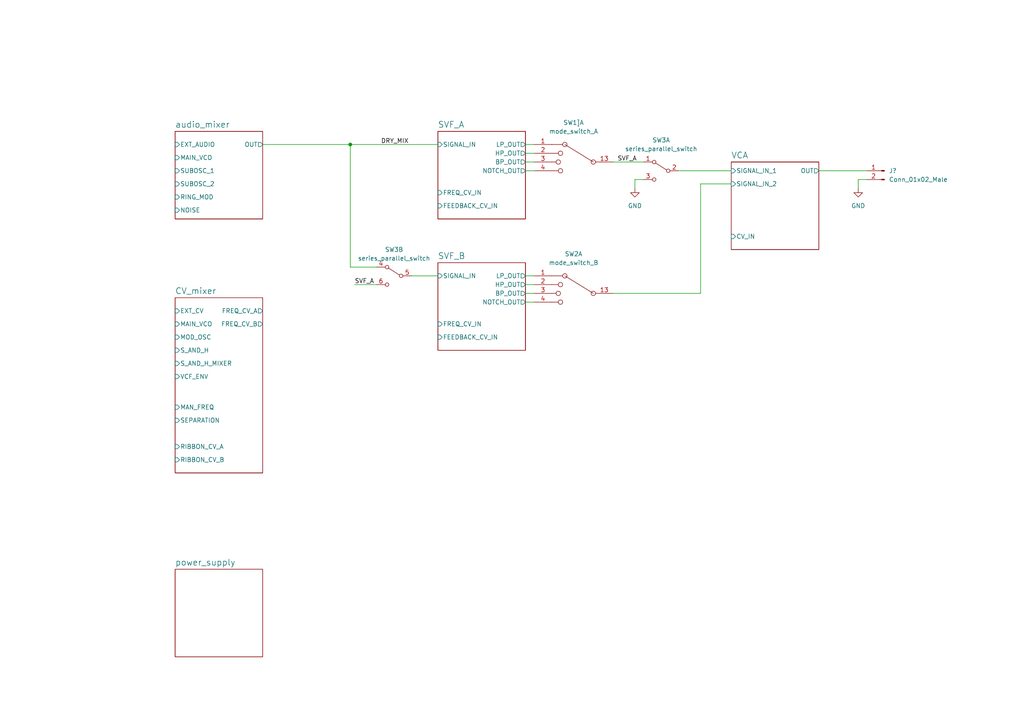
<source format=kicad_sch>
(kicad_sch (version 20211123) (generator eeschema)
  (paper "A4")
  (title_block (title "Josh Ox Ribbon Synth VCF/VCA board") (date "2022-05-30") (rev "0") (comment 1 "creativecommons.org/licenses/by/4.0/") (comment 2 "License: CC by 4.0") (comment 3 "Author: Jordan Aceto"))
  (lib_symbols
    (symbol "Connector:Conn_01x02_Male" (pin_names (offset 1.016) hide)
      (property "Reference" "J" (at 0 2.54 0))
      (property "Value" "Conn_01x02_Male" (at 0 -5.08 0))
      (symbol "Conn_01x02_Male_1_1"
        (polyline (pts (xy 1.27 -2.54) (xy 0.8636 -2.54)) (stroke (width 0.1524)))
        (polyline (pts (xy 1.27 0) (xy 0.8636 0)) (stroke (width 0.1524)))
        (rectangle (start 0.8636 -2.413) (end 0 -2.667) (stroke (width 0.1524)) (fill (type outline)))
        (rectangle (start 0.8636 0.127) (end 0 -0.127) (stroke (width 0.1524)) (fill (type outline)))
        (pin passive line (at 5.08 0 180) (length 3.81) (name "Pin_1") (number "1"))
        (pin passive line (at 5.08 -2.54 180) (length 3.81) (name "Pin_2") (number "2"))
      )
    )
    (symbol "Switch:SW_DPDT_x2" (pin_names (offset 0) hide)
      (property "Reference" "SW" (at 0 4.318 0))
      (property "Value" "SW_DPDT_x2" (at 0 -5.08 0))
      (symbol "SW_DPDT_x2_0_0"
        (circle (center -2.032 0) (radius 0.508))
        (circle (center 2.032 -2.54) (radius 0.508))
      )
      (symbol "SW_DPDT_x2_0_1"
        (polyline (pts (xy -1.524 0.254) (xy 1.651 2.286)))
        (circle (center 2.032 2.54) (radius 0.508))
      )
      (symbol "SW_DPDT_x2_1_1"
        (pin passive line (at 5.08 2.54 180) (length 2.54) (name "A") (number "1"))
        (pin passive line (at -5.08 0 0) (length 2.54) (name "B") (number "2"))
        (pin passive line (at 5.08 -2.54 180) (length 2.54) (name "C") (number "3"))
      )
      (symbol "SW_DPDT_x2_2_1"
        (pin passive line (at 5.08 2.54 180) (length 2.54) (name "A") (number "4"))
        (pin passive line (at -5.08 0 0) (length 2.54) (name "B") (number "5"))
        (pin passive line (at 5.08 -2.54 180) (length 2.54) (name "C") (number "6"))
      )
    )
    (symbol "custom_symbols:SW_Rotary3x4" (pin_names (offset 1.016) hide)
      (property "Reference" "SW" (at 0 8.89 0))
      (property "Value" "SW_Rotary3x4" (at 0 -5.08 0))
      (symbol "SW_Rotary3x4_0_0"
        (circle (center -4.445 0) (radius 0.635))
        (polyline (pts (xy -4.445 0) (xy 3.81 5.08)))
        (polyline (pts (xy 4.445 5.08) (xy 7.62 5.08)))
        (polyline (pts (xy 5.715 -2.54) (xy 7.62 -2.54)))
        (polyline (pts (xy 5.715 2.54) (xy 7.62 2.54)))
        (polyline (pts (xy 6.35 0) (xy 7.62 0)))
        (circle (center 3.81 5.08) (radius 0.635))
        (circle (center 5.08 -2.54) (radius 0.635))
        (circle (center 5.08 2.54) (radius 0.635))
        (circle (center 5.715 0) (radius 0.635))
      )
      (symbol "SW_Rotary3x4_1_1"
        (pin passive line (at 12.7 5.08 180) (length 5.08) (name "1") (number "1"))
        (pin passive line (at -10.16 0 0) (length 5.08) (name "13") (number "13"))
        (pin passive line (at 12.7 2.54 180) (length 5.08) (name "2") (number "2"))
        (pin passive line (at 12.7 0 180) (length 5.08) (name "3") (number "3"))
        (pin passive line (at 12.7 -2.54 180) (length 5.08) (name "4") (number "4"))
      )
      (symbol "SW_Rotary3x4_2_1"
        (pin passive line (at -10.16 0 0) (length 5.08) (name "14") (number "14"))
        (pin passive line (at 12.7 5.08 180) (length 5.08) (name "5") (number "5"))
        (pin passive line (at 12.7 2.54 180) (length 5.08) (name "6") (number "6"))
        (pin passive line (at 12.7 0 180) (length 5.08) (name "7") (number "7"))
        (pin passive line (at 12.7 -2.54 180) (length 5.08) (name "8") (number "8"))
      )
      (symbol "SW_Rotary3x4_3_1"
        (pin passive line (at 12.7 2.54 180) (length 5.08) (name "10") (number "10"))
        (pin passive line (at 12.7 0 180) (length 5.08) (name "11") (number "11"))
        (pin passive line (at 12.7 -2.54 180) (length 5.08) (name "12") (number "12"))
        (pin passive line (at -10.16 0 0) (length 5.08) (name "15") (number "15"))
        (pin passive line (at 12.7 5.08 180) (length 5.08) (name "9") (number "9"))
      )
    )
    (symbol "power:GND" (power) (pin_names (offset 0))
      (property "Value" "GND" (at 0 -3.81 0))
      (symbol "GND_0_1"
        (polyline (pts (xy 0 0) (xy 0 -1.27) (xy 1.27 -1.27) (xy 0 -2.54) (xy -1.27 -1.27) (xy 0 -1.27)))
      )
      (symbol "GND_1_1"
        (pin power_in line (at 0 0 270) (length 0) hide (name "GND") (number "1"))
      )
    )
  )
  (junction (at 101.6 41.91))
  (wire (pts (xy 76.2 41.91) (xy 101.6 41.91)))
  (wire (pts (xy 184.15 52.07) (xy 186.69 52.07)))
  (wire (pts (xy 119.38 80.01) (xy 127 80.01)))
  (wire (pts (xy 152.4 87.63) (xy 154.94 87.63)))
  (wire (pts (xy 102.87 82.55) (xy 109.22 82.55)))
  (wire (pts (xy 184.15 54.61) (xy 184.15 52.07)))
  (wire (pts (xy 203.2 53.34) (xy 212.09 53.34)))
  (wire (pts (xy 152.4 49.53) (xy 154.94 49.53)))
  (wire (pts (xy 152.4 41.91) (xy 154.94 41.91)))
  (wire (pts (xy 152.4 46.99) (xy 154.94 46.99)))
  (wire (pts (xy 177.8 85.09) (xy 203.2 85.09)))
  (wire (pts (xy 152.4 85.09) (xy 154.94 85.09)))
  (wire (pts (xy 177.8 46.99) (xy 186.69 46.99)))
  (wire (pts (xy 152.4 80.01) (xy 154.94 80.01)))
  (wire (pts (xy 101.6 41.91) (xy 127 41.91)))
  (wire (pts (xy 152.4 82.55) (xy 154.94 82.55)))
  (wire (pts (xy 152.4 44.45) (xy 154.94 44.45)))
  (wire (pts (xy 203.2 85.09) (xy 203.2 53.34)))
  (wire (pts (xy 196.85 49.53) (xy 212.09 49.53)))
  (wire (pts (xy 109.22 77.47) (xy 101.6 77.47)))
  (wire (pts (xy 248.92 52.07) (xy 251.46 52.07)))
  (wire (pts (xy 101.6 77.47) (xy 101.6 41.91)))
  (wire (pts (xy 248.92 54.61) (xy 248.92 52.07)))
  (wire (pts (xy 237.49 49.53) (xy 251.46 49.53)))
  (label "DRY_MIX" (at 110.49 41.91 0))
  (label "SVF_A" (at 102.87 82.55 0))
  (label "SVF_A" (at 179.07 46.99 0))
  (symbol (lib_id "Switch:SW_DPDT_x2") (at 114.3 80.01 0) (mirror y) (unit 2)
    (property "Reference" "SW3" (at 114.3 72.39 0))
    (property "Value" "series_parallel_switch" (at 114.3 74.93 0))
  )
  (symbol (lib_id "Connector:Conn_01x02_Male") (at 256.54 49.53 0) (mirror y) (unit 1)
    (property "Reference" "J?" (at 257.81 49.5299 0) (effects (justify right)))
    (property "Value" "Conn_01x02_Male" (at 257.81 52.0699 0) (effects (justify right)))
  )
  (symbol (lib_id "custom_symbols:SW_Rotary3x4") (at 167.64 46.99 0) (mirror y) (unit 1)
    (property "Reference" "SW1]" (at 166.37 35.56 0))
    (property "Value" "mode_switch_A" (at 166.37 38.1 0))
  )
  (symbol (lib_id "power:GND") (at 184.15 54.61 0) (unit 1)
    (property "Reference" "#PWR?" (effects hide))
    (property "Value" "GND" (at 184.15 59.69 0))
  )
  (symbol (lib_id "Switch:SW_DPDT_x2") (at 191.77 49.53 0) (mirror y) (unit 1)
    (property "Reference" "SW3" (at 191.77 40.64 0))
    (property "Value" "series_parallel_switch" (at 191.77 43.18 0))
  )
  (symbol (lib_id "custom_symbols:SW_Rotary3x4") (at 167.64 85.09 0) (mirror y) (unit 1)
    (property "Reference" "SW2" (at 166.37 73.66 0))
    (property "Value" "mode_switch_B" (at 166.37 76.2 0))
  )
  (symbol (lib_id "power:GND") (at 248.92 54.61 0) (unit 1)
    (property "Reference" "#PWR?" (effects hide))
    (property "Value" "GND" (at 248.92 59.69 0))
  )
  (sheet (at 127 38.1) (size 25.4 25.4) (stroke (width 0.1524))
    (property "Sheet name" "SVF_A" (at 127 37.1484 0) (effects (font (size 1.75 1.75)) (justify left bottom)))
    (property "Sheet file" "SVF.kicad_sch" (effects hide))
    (pin "LP_OUT" output (at 152.4 41.91 0))
    (pin "FEEDBACK_CV_IN" input (at 127 59.69 180))
    (pin "HP_OUT" output (at 152.4 44.45 0))
    (pin "SIGNAL_IN" input (at 127 41.91 180))
    (pin "BP_OUT" output (at 152.4 46.99 0))
    (pin "FREQ_CV_IN" input (at 127 55.88 180))
    (pin "NOTCH_OUT" output (at 152.4 49.53 0))
  )
  (sheet (at 212.09 46.99) (size 25.4 25.4) (stroke (width 0.1524))
    (property "Sheet name" "VCA" (at 212.09 46.0384 0) (effects (font (size 1.75 1.75)) (justify left bottom)))
    (property "Sheet file" "VCA.kicad_sch" (effects hide))
    (pin "CV_IN" input (at 212.09 68.58 180))
    (pin "SIGNAL_IN_1" input (at 212.09 49.53 180))
    (pin "SIGNAL_IN_2" input (at 212.09 53.34 180))
    (pin "OUT" output (at 237.49 49.53 0))
  )
  (sheet (at 127 76.2) (size 25.4 25.4) (stroke (width 0.1524))
    (property "Sheet name" "SVF_B" (at 127 75.2484 0) (effects (font (size 1.75 1.75)) (justify left bottom)))
    (property "Sheet file" "SVF.kicad_sch" (effects hide))
    (pin "LP_OUT" output (at 152.4 80.01 0))
    (pin "FEEDBACK_CV_IN" input (at 127 97.79 180))
    (pin "HP_OUT" output (at 152.4 82.55 0))
    (pin "SIGNAL_IN" input (at 127 80.01 180))
    (pin "BP_OUT" output (at 152.4 85.09 0))
    (pin "FREQ_CV_IN" input (at 127 93.98 180))
    (pin "NOTCH_OUT" output (at 152.4 87.63 0))
  )
  (sheet (at 50.8 165.1) (size 25.4 25.4) (stroke (width 0.1524))
    (property "Sheet name" "power_supply" (at 50.8 164.1484 0) (effects (font (size 1.75 1.75)) (justify left bottom)))
    (property "Sheet file" "power_supply.kicad_sch" (effects hide))
  )
  (sheet (at 50.8 38.1) (size 25.4 25.4) (stroke (width 0.1524))
    (property "Sheet name" "audio_mixer" (at 50.8 37.1484 0) (effects (font (size 1.75 1.75)) (justify left bottom)))
    (property "Sheet file" "audio_mixer.kicad_sch" (effects hide))
    (pin "OUT" output (at 76.2 41.91 0))
    (pin "SUBOSC_1" input (at 50.8 49.53 180))
    (pin "SUBOSC_2" input (at 50.8 53.34 180))
    (pin "EXT_AUDIO" input (at 50.8 41.91 180))
    (pin "MAIN_VCO" input (at 50.8 45.72 180))
    (pin "NOISE" input (at 50.8 60.96 180))
    (pin "RING_MOD" input (at 50.8 57.15 180))
  )
  (sheet (at 50.8 86.36) (size 25.4 50.8) (stroke (width 0.1524))
    (property "Sheet name" "CV_mixer" (at 50.8 85.4084 0) (effects (font (size 1.75 1.75)) (justify left bottom)))
    (property "Sheet file" "CV_mixer.kicad_sch" (effects hide))
    (pin "SEPARATION" input (at 50.8 121.92 180))
    (pin "EXT_CV" input (at 50.8 90.17 180))
    (pin "MAN_FREQ" input (at 50.8 118.11 180))
    (pin "S_AND_H" input (at 50.8 101.6 180))
    (pin "MAIN_VCO" input (at 50.8 93.98 180))
    (pin "MOD_OSC" input (at 50.8 97.79 180))
    (pin "S_AND_H_MIXER" input (at 50.8 105.41 180))
    (pin "VCF_ENV" input (at 50.8 109.22 180))
    (pin "FREQ_CV_B" output (at 76.2 93.98 0))
    (pin "FREQ_CV_A" output (at 76.2 90.17 0))
    (pin "RIBBON_CV_B" input (at 50.8 133.35 180))
    (pin "RIBBON_CV_A" input (at 50.8 129.54 180))
  )
)
</source>
